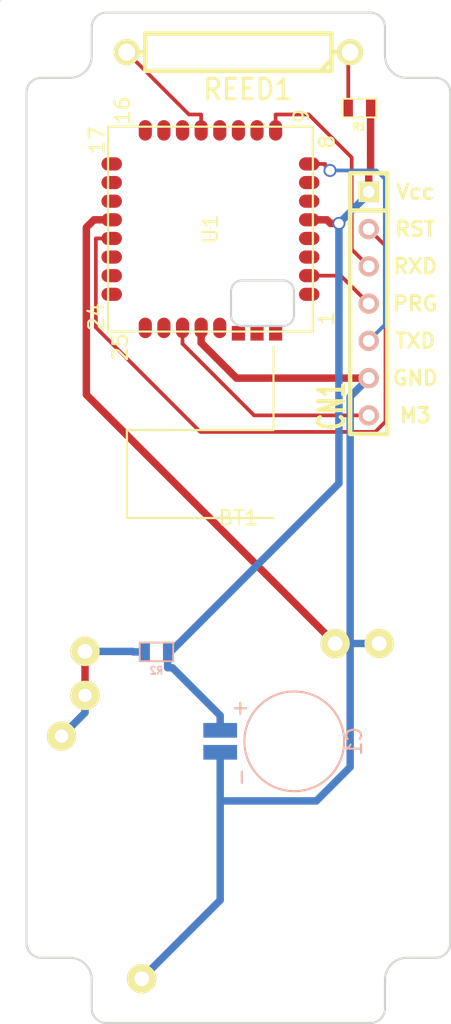
<source format=kicad_pcb>
(kicad_pcb (version 3) (host pcbnew "(2013-07-07 BZR 4022)-stable")

  (general
    (links 20)
    (no_connects 0)
    (area 25.6515 15.4915 56.689001 85.579001)
    (thickness 1.6)
    (drawings 8)
    (tracks 70)
    (zones 0)
    (modules 7)
    (nets 11)
  )

  (page A3)
  (layers
    (15 F.Cu signal)
    (0 B.Cu signal)
    (16 B.Adhes user)
    (17 F.Adhes user)
    (18 B.Paste user)
    (19 F.Paste user)
    (20 B.SilkS user)
    (21 F.SilkS user)
    (22 B.Mask user)
    (23 F.Mask user)
    (24 Dwgs.User user)
    (25 Cmts.User user)
    (26 Eco1.User user)
    (27 Eco2.User user)
    (28 Edge.Cuts user)
  )

  (setup
    (last_trace_width 0.254)
    (trace_clearance 0.254)
    (zone_clearance 0.508)
    (zone_45_only yes)
    (trace_min 0.254)
    (segment_width 0.2)
    (edge_width 0.1)
    (via_size 0.889)
    (via_drill 0.635)
    (via_min_size 0.889)
    (via_min_drill 0.508)
    (uvia_size 0.508)
    (uvia_drill 0.127)
    (uvias_allowed no)
    (uvia_min_size 0.508)
    (uvia_min_drill 0.127)
    (pcb_text_width 0.3)
    (pcb_text_size 1.5 1.5)
    (mod_edge_width 0.15)
    (mod_text_size 1 1)
    (mod_text_width 0.15)
    (pad_size 5 2)
    (pad_drill 0)
    (pad_to_mask_clearance 0)
    (aux_axis_origin 25.654 15.494)
    (visible_elements 7FFFFFFF)
    (pcbplotparams
      (layerselection 284983297)
      (usegerberextensions true)
      (excludeedgelayer true)
      (linewidth 0.150000)
      (plotframeref false)
      (viasonmask false)
      (mode 1)
      (useauxorigin true)
      (hpglpennumber 1)
      (hpglpenspeed 20)
      (hpglpendiameter 15)
      (hpglpenoverlay 2)
      (psnegative false)
      (psa4output false)
      (plotreference true)
      (plotvalue true)
      (plotothertext true)
      (plotinvisibletext false)
      (padsonsilk false)
      (subtractmaskfromsilk false)
      (outputformat 1)
      (mirror false)
      (drillshape 0)
      (scaleselection 1)
      (outputdirectory gerber/))
  )

  (net 0 "")
  (net 1 /CFG)
  (net 2 /DC3V)
  (net 3 /DOOR)
  (net 4 /PRG)
  (net 5 /PULLUP)
  (net 6 /RST)
  (net 7 /RX)
  (net 8 /TX)
  (net 9 GND)
  (net 10 VCC)

  (net_class Default "これは標準のネット クラスです。"
    (clearance 0.254)
    (trace_width 0.254)
    (via_dia 0.889)
    (via_drill 0.635)
    (uvia_dia 0.508)
    (uvia_drill 0.127)
    (add_net "")
    (add_net /CFG)
    (add_net /DOOR)
    (add_net /PRG)
    (add_net /PULLUP)
    (add_net /RST)
    (add_net /RX)
    (add_net /TX)
  )

  (net_class power ""
    (clearance 0.254)
    (trace_width 0.508)
    (via_dia 0.889)
    (via_drill 0.635)
    (uvia_dia 0.508)
    (uvia_drill 0.127)
    (add_net /DC3V)
    (add_net GND)
    (add_net VCC)
  )

  (module SM0603 (layer B.Cu) (tedit 54BDE1DF) (tstamp 54BCC06E)
    (at 36.322 59.944)
    (path /54BCF561)
    (attr smd)
    (fp_text reference R2 (at 0 1.27) (layer B.SilkS)
      (effects (font (size 0.508 0.4572) (thickness 0.1143)) (justify mirror))
    )
    (fp_text value 75 (at 0 0) (layer B.SilkS) hide
      (effects (font (size 0.508 0.4572) (thickness 0.1143)) (justify mirror))
    )
    (fp_line (start -1.143 0.635) (end 1.143 0.635) (layer B.SilkS) (width 0.127))
    (fp_line (start 1.143 0.635) (end 1.143 -0.635) (layer B.SilkS) (width 0.127))
    (fp_line (start 1.143 -0.635) (end -1.143 -0.635) (layer B.SilkS) (width 0.127))
    (fp_line (start -1.143 -0.635) (end -1.143 0.635) (layer B.SilkS) (width 0.127))
    (pad 1 smd rect (at -0.762 0) (size 0.635 1.143)
      (layers B.Cu B.Paste B.Mask)
      (net 2 /DC3V)
    )
    (pad 2 smd rect (at 0.762 0) (size 0.635 1.143)
      (layers B.Cu B.Paste B.Mask)
      (net 10 VCC)
    )
    (model smd\resistors\R0603.wrl
      (at (xyz 0 0 0.001))
      (scale (xyz 0.5 0.5 0.5))
      (rotate (xyz 0 0 0))
    )
  )

  (module SIL-7 (layer F.Cu) (tedit 54BDDEA3) (tstamp 54BCC080)
    (at 50.8 36.195 270)
    (descr "Connecteur 7 pins")
    (tags "CONN DEV")
    (path /5486A17C)
    (fp_text reference CN1 (at 6.985 2.54 270) (layer F.SilkS)
      (effects (font (size 1.72974 1.08712) (thickness 0.27178)))
    )
    (fp_text value WRITER (at 0 -2.54 270) (layer F.SilkS) hide
      (effects (font (size 1.524 1.016) (thickness 0.3048)))
    )
    (fp_line (start -8.89 -1.27) (end -8.89 -1.27) (layer F.SilkS) (width 0.3048))
    (fp_line (start -8.89 -1.27) (end 8.89 -1.27) (layer F.SilkS) (width 0.3048))
    (fp_line (start 8.89 -1.27) (end 8.89 1.27) (layer F.SilkS) (width 0.3048))
    (fp_line (start 8.89 1.27) (end -8.89 1.27) (layer F.SilkS) (width 0.3048))
    (fp_line (start -8.89 1.27) (end -8.89 -1.27) (layer F.SilkS) (width 0.3048))
    (fp_line (start -6.35 1.27) (end -6.35 1.27) (layer F.SilkS) (width 0.3048))
    (fp_line (start -6.35 1.27) (end -6.35 -1.27) (layer F.SilkS) (width 0.3048))
    (pad 1 thru_hole rect (at -7.62 0 270) (size 1.397 1.397) (drill 0.8128)
      (layers *.Cu *.Mask F.SilkS)
      (net 10 VCC)
    )
    (pad 2 thru_hole circle (at -5.08 0 270) (size 1.397 1.397) (drill 0.8128)
      (layers *.Cu *.SilkS *.Mask)
      (net 6 /RST)
    )
    (pad 3 thru_hole circle (at -2.54 0 270) (size 1.397 1.397) (drill 0.8128)
      (layers *.Cu *.SilkS *.Mask)
      (net 7 /RX)
    )
    (pad 4 thru_hole circle (at 0 0 270) (size 1.397 1.397) (drill 0.8128)
      (layers *.Cu *.SilkS *.Mask)
      (net 4 /PRG)
    )
    (pad 5 thru_hole circle (at 2.54 0 270) (size 1.397 1.397) (drill 0.8128)
      (layers *.Cu *.SilkS *.Mask)
      (net 8 /TX)
    )
    (pad 6 thru_hole circle (at 5.08 0 270) (size 1.397 1.397) (drill 0.8128)
      (layers *.Cu *.SilkS *.Mask)
      (net 9 GND)
    )
    (pad 7 thru_hole circle (at 7.62 0 270) (size 1.397 1.397) (drill 0.8128)
      (layers *.Cu *.SilkS *.Mask)
      (net 1 /CFG)
    )
  )

  (module R6 (layer F.Cu) (tedit 54BDE258) (tstamp 54BDDF0A)
    (at 41.91 19.05 180)
    (descr "Resistance 6 pas")
    (tags R)
    (path /54360F03)
    (autoplace_cost180 10)
    (fp_text reference REED1 (at -0.635 -2.54 180) (layer F.SilkS)
      (effects (font (size 1.397 1.27) (thickness 0.2032)))
    )
    (fp_text value SPST (at 0.254 0 180) (layer F.SilkS) hide
      (effects (font (size 1.397 1.27) (thickness 0.2032)))
    )
    (fp_line (start -6.35 -1.27) (end 6.35 -1.27) (layer F.SilkS) (width 0.3048))
    (fp_line (start 6.35 -1.27) (end 6.35 1.27) (layer F.SilkS) (width 0.3048))
    (fp_line (start 6.35 1.27) (end -6.35 1.27) (layer F.SilkS) (width 0.3048))
    (fp_line (start 6.35 0) (end 7.62 0) (layer F.SilkS) (width 0.3048))
    (fp_line (start -7.62 0) (end -6.35 0) (layer F.SilkS) (width 0.3048))
    (fp_line (start -6.35 -0.508) (end -5.588 -1.27) (layer F.SilkS) (width 0.3048))
    (fp_line (start -6.35 -1.27) (end -6.35 1.27) (layer F.SilkS) (width 0.3048))
    (pad 1 thru_hole circle (at -7.62 0 180) (size 1.778 1.778) (drill 1.143)
      (layers *.Cu *.Mask F.SilkS)
      (net 5 /PULLUP)
    )
    (pad 2 thru_hole circle (at 7.62 0 180) (size 1.778 1.778) (drill 1.143)
      (layers *.Cu *.Mask F.SilkS)
      (net 3 /DOOR)
    )
    (model discret/resistor.wrl
      (at (xyz 0 0 0))
      (scale (xyz 0.6 0.6 0.6))
      (rotate (xyz 0 0 0))
    )
  )

  (module PBCS-75 (layer F.Cu) (tedit 54BCBEDA) (tstamp 543B7AD5)
    (at 41.91 50.8)
    (path /543B60F0)
    (fp_text reference BT1 (at 0 0) (layer F.SilkS)
      (effects (font (size 1 1) (thickness 0.15)))
    )
    (fp_text value CR2032 (at 0 0) (layer F.SilkS)
      (effects (font (size 0.127 0.127) (thickness 0.000001)))
    )
    (fp_arc (start -11.5 -31.5) (end -10 -31.5) (angle 90) (layer Edge.Cuts) (width 0.15))
    (fp_line (start -10 -33.45) (end -10 -31.5) (layer Edge.Cuts) (width 0.15))
    (fp_arc (start -9 -33.45) (end -10 -33.45) (angle 90) (layer Edge.Cuts) (width 0.15))
    (fp_line (start -9 -34.45) (end 9 -34.45) (layer Edge.Cuts) (width 0.15))
    (fp_arc (start 9 -33.45) (end 9 -34.45) (angle 90) (layer Edge.Cuts) (width 0.15))
    (fp_line (start 10 -33.45) (end 10 -31.5) (layer Edge.Cuts) (width 0.15))
    (fp_arc (start 11.5 -31.5) (end 11.5 -30) (angle 90) (layer Edge.Cuts) (width 0.15))
    (fp_line (start 11.5 -30) (end 13.45 -30) (layer Edge.Cuts) (width 0.15))
    (fp_arc (start 13.45 -29) (end 13.45 -30) (angle 90) (layer Edge.Cuts) (width 0.15))
    (fp_line (start 14.45 -29) (end 14.45 29) (layer Edge.Cuts) (width 0.15))
    (fp_arc (start 13.45 29) (end 14.45 29) (angle 90) (layer Edge.Cuts) (width 0.15))
    (fp_line (start 11.5 30) (end 13.45 30) (layer Edge.Cuts) (width 0.15))
    (fp_arc (start 11.5 31.5) (end 10 31.5) (angle 90) (layer Edge.Cuts) (width 0.15))
    (fp_line (start 10 31.5) (end 10 33.45) (layer Edge.Cuts) (width 0.15))
    (fp_arc (start 9 33.45) (end 10 33.45) (angle 90) (layer Edge.Cuts) (width 0.15))
    (fp_line (start -9 34.45) (end 9 34.45) (layer Edge.Cuts) (width 0.15))
    (fp_arc (start -9 33.45) (end -9 34.45) (angle 90) (layer Edge.Cuts) (width 0.15))
    (fp_line (start -10 31.5) (end -10 33.45) (layer Edge.Cuts) (width 0.15))
    (fp_arc (start -11.5 31.5) (end -11.5 30) (angle 90) (layer Edge.Cuts) (width 0.15))
    (fp_line (start -13.45 30) (end -11.5 30) (layer Edge.Cuts) (width 0.15))
    (fp_arc (start -13.45 29) (end -13.45 30) (angle 90) (layer Edge.Cuts) (width 0.15))
    (fp_line (start -14.45 -29) (end -14.45 29) (layer Edge.Cuts) (width 0.15))
    (fp_arc (start -13.45 -29) (end -14.45 -29) (angle 90) (layer Edge.Cuts) (width 0.15))
    (fp_line (start -13.45 -30) (end -11.5 -30) (layer Edge.Cuts) (width 0.15))
    (pad 1 thru_hole circle (at -10.46 9.11) (size 2 2) (drill 1)
      (layers *.Cu *.Mask F.SilkS)
      (net 2 /DC3V)
    )
    (pad 1 thru_hole circle (at -10.46 12.11) (size 2 2) (drill 0.9)
      (layers *.Cu *.Mask F.SilkS)
      (net 2 /DC3V)
    )
    (pad 1 thru_hole circle (at -12.06 14.89) (size 2 2) (drill 0.9)
      (layers *.Cu *.Mask F.SilkS)
      (net 2 /DC3V)
    )
    (pad 2 thru_hole circle (at 6.6 8.57) (size 2 2) (drill 1)
      (layers *.Cu *.Mask F.SilkS)
      (net 9 GND)
    )
    (pad 2 thru_hole circle (at 9.6 8.57) (size 2 2) (drill 1)
      (layers *.Cu *.Mask F.SilkS)
      (net 9 GND)
    )
    (pad 2 thru_hole circle (at -6.6 31.43) (size 2 2) (drill 1)
      (layers *.Cu *.Mask F.SilkS)
      (net 9 GND)
    )
    (pad "" np_thru_hole circle (at 12.45 28) (size 1.7 1.7) (drill 1.7)
      (layers *.Cu *.Mask F.SilkS)
    )
    (pad "" np_thru_hole circle (at -12.45 28) (size 1.7 1.7) (drill 1.7)
      (layers *.Cu *.Mask F.SilkS)
    )
    (pad "" np_thru_hole circle (at 12.45 0) (size 1.7 1.7) (drill 1.7)
      (layers *.Cu *.Mask F.SilkS)
    )
    (pad "" np_thru_hole circle (at -12.45 0) (size 1.7 1.7) (drill 1.7)
      (layers *.Cu *.Mask F.SilkS)
    )
    (pad "" np_thru_hole circle (at -12.45 -28) (size 1.7 1.7) (drill 1.7)
      (layers *.Cu *.Mask F.SilkS)
    )
    (pad "" np_thru_hole circle (at 12.45 -28) (size 1.7 1.7) (drill 1.7)
      (layers *.Cu *.Mask F.SilkS)
    )
  )

  (module SM0603 (layer F.Cu) (tedit 54BDE21F) (tstamp 54BE46B7)
    (at 50.165 22.86)
    (path /54360F12)
    (attr smd)
    (fp_text reference R1 (at 0 1.27) (layer F.SilkS)
      (effects (font (size 0.508 0.4572) (thickness 0.1143)))
    )
    (fp_text value 2M (at 0 0) (layer F.SilkS) hide
      (effects (font (size 0.508 0.4572) (thickness 0.1143)))
    )
    (fp_line (start -1.143 -0.635) (end 1.143 -0.635) (layer F.SilkS) (width 0.127))
    (fp_line (start 1.143 -0.635) (end 1.143 0.635) (layer F.SilkS) (width 0.127))
    (fp_line (start 1.143 0.635) (end -1.143 0.635) (layer F.SilkS) (width 0.127))
    (fp_line (start -1.143 0.635) (end -1.143 -0.635) (layer F.SilkS) (width 0.127))
    (pad 1 smd rect (at -0.762 0) (size 0.635 1.143)
      (layers F.Cu F.Paste F.Mask)
      (net 5 /PULLUP)
    )
    (pad 2 smd rect (at 0.762 0) (size 0.635 1.143)
      (layers F.Cu F.Paste F.Mask)
      (net 10 VCC)
    )
    (model smd\resistors\R0603.wrl
      (at (xyz 0 0 0.001))
      (scale (xyz 0.5 0.5 0.5))
      (rotate (xyz 0 0 0))
    )
  )

  (module DCK-3R3E224-E (layer B.Cu) (tedit 54BDEAC7) (tstamp 54BCC099)
    (at 45.72 66.04 90)
    (path /54BDE16D)
    (fp_text reference C1 (at 0 4.1 90) (layer B.SilkS)
      (effects (font (size 1 1) (thickness 0.15)) (justify mirror))
    )
    (fp_text value 0.22 (at 0.2 -0.95 90) (layer B.SilkS) hide
      (effects (font (size 1 1) (thickness 0.15)) (justify mirror))
    )
    (fp_text user - (at -2.45 -3.65 90) (layer B.SilkS)
      (effects (font (size 1 1) (thickness 0.15)) (justify mirror))
    )
    (fp_text user + (at 2.25 -3.75 90) (layer B.SilkS)
      (effects (font (size 1 1) (thickness 0.15)) (justify mirror))
    )
    (fp_circle (center 0 0) (end 3.4 0) (layer B.SilkS) (width 0.15))
    (pad 1 smd rect (at 0.75 -5.05 90) (size 1 2.3)
      (layers B.Cu B.Paste B.Mask)
      (net 10 VCC)
    )
    (pad 2 smd rect (at -0.75 -5.05 90) (size 1 2.3)
      (layers B.Cu B.Paste B.Mask)
      (net 9 GND)
    )
    (model DCK-3R3E224-E.wrl
      (at (xyz 0 0 0))
      (scale (xyz 0.3937007874 0.3937007874 0.3937007874))
      (rotate (xyz 0 0 0))
    )
  )

  (module TWE-001L-SMD (layer F.Cu) (tedit 54BDDB21) (tstamp 543B7A93)
    (at 40.005 31.115 90)
    (path /5436A16D)
    (fp_text reference U1 (at 0 0 90) (layer F.SilkS)
      (effects (font (size 1 1) (thickness 0.15)))
    )
    (fp_text value TWE-Lite_SMD (at 0 0 90) (layer F.SilkS)
      (effects (font (size 0.127 0.127) (thickness 0.000001)))
    )
    (fp_text user 25 (at -8.05 -6.15 90) (layer F.SilkS)
      (effects (font (size 1 1) (thickness 0.15)))
    )
    (fp_text user 24 (at -6 -7.8 90) (layer F.SilkS)
      (effects (font (size 1 1) (thickness 0.15)))
    )
    (fp_text user 17 (at 6.05 -7.75 90) (layer F.SilkS)
      (effects (font (size 1 1) (thickness 0.15)))
    )
    (fp_text user 16 (at 8.1 -6 90) (layer F.SilkS)
      (effects (font (size 1 1) (thickness 0.15)))
    )
    (fp_text user 9 (at 7.7 6.2 90) (layer F.SilkS)
      (effects (font (size 1 1) (thickness 0.15)))
    )
    (fp_text user 8 (at 5.95 7.95 90) (layer F.SilkS)
      (effects (font (size 1 1) (thickness 0.15)))
    )
    (fp_text user 1 (at -6.1 7.9 90) (layer F.SilkS)
      (effects (font (size 1 1) (thickness 0.15)))
    )
    (fp_arc (start -4.25 4.95) (end -3.5 4.95) (angle 90) (layer Edge.Cuts) (width 0.15))
    (fp_line (start -5.85 5.7) (end -4.25 5.7) (layer Edge.Cuts) (width 0.15))
    (fp_arc (start -5.85 4.95) (end -5.85 5.7) (angle 90) (layer Edge.Cuts) (width 0.15))
    (fp_line (start -6.6 2.15) (end -6.6 4.95) (layer Edge.Cuts) (width 0.15))
    (fp_arc (start -5.85 2.15) (end -6.6 2.15) (angle 90) (layer Edge.Cuts) (width 0.15))
    (fp_line (start -5.85 1.4) (end -4.25 1.4) (layer Edge.Cuts) (width 0.15))
    (fp_arc (start -4.25 2.15) (end -4.25 1.4) (angle 90) (layer Edge.Cuts) (width 0.15))
    (fp_line (start -3.5 2.15) (end -3.5 4.95) (layer Edge.Cuts) (width 0.15))
    (fp_line (start -6.985 -6.985) (end -6.985 6.985) (layer F.SilkS) (width 0.15))
    (fp_line (start -6.985 6.985) (end 6.985 6.985) (layer F.SilkS) (width 0.15))
    (fp_line (start 6.985 6.985) (end 6.985 -6.985) (layer F.SilkS) (width 0.15))
    (fp_line (start 6.985 -6.985) (end -6.985 -6.985) (layer F.SilkS) (width 0.15))
    (fp_line (start -8 4.3) (end -13.7 4.3) (layer F.SilkS) (width 0.15))
    (fp_line (start -13.7 4.3) (end -13.7 -5.7) (layer F.SilkS) (width 0.15))
    (fp_line (start -13.7 -5.7) (end -19.7 -5.7) (layer F.SilkS) (width 0.15))
    (fp_line (start -19.7 -5.7) (end -19.7 4.3) (layer F.SilkS) (width 0.15))
    (pad 1 smd oval (at -4.445 6.735 90) (size 0.9 1.4)
      (layers F.Cu F.Paste F.Mask)
    )
    (pad 2 smd oval (at -3.175 6.735 90) (size 0.9 1.4)
      (layers F.Cu F.Paste F.Mask)
      (net 4 /PRG)
    )
    (pad 3 smd oval (at -1.905 6.735 90) (size 0.9 1.4)
      (layers F.Cu F.Paste F.Mask)
    )
    (pad 4 smd oval (at -0.635 6.735 90) (size 0.9 1.4)
      (layers F.Cu F.Paste F.Mask)
    )
    (pad 5 smd oval (at 0.635 6.735 90) (size 0.9 1.4)
      (layers F.Cu F.Paste F.Mask)
      (net 10 VCC)
    )
    (pad 6 smd oval (at 1.905 6.735 90) (size 0.9 1.4)
      (layers F.Cu F.Paste F.Mask)
    )
    (pad 7 smd oval (at 3.175 6.735 90) (size 0.9 1.4)
      (layers F.Cu F.Paste F.Mask)
    )
    (pad 8 smd oval (at 4.445 6.735 90) (size 0.9 1.4)
      (layers F.Cu F.Paste F.Mask)
      (net 8 /TX)
    )
    (pad 9 smd oval (at 6.735 4.445 180) (size 0.9 1.4)
      (layers F.Cu F.Paste F.Mask)
      (net 7 /RX)
    )
    (pad 10 smd oval (at 6.735 3.175 180) (size 0.9 1.4)
      (layers F.Cu F.Paste F.Mask)
    )
    (pad 11 smd oval (at 6.735 1.905 180) (size 0.9 1.4)
      (layers F.Cu F.Paste F.Mask)
    )
    (pad 12 smd oval (at 6.735 0.635 180) (size 0.9 1.4)
      (layers F.Cu F.Paste F.Mask)
    )
    (pad 13 smd oval (at 6.735 -0.635 180) (size 0.9 1.4)
      (layers F.Cu F.Paste F.Mask)
      (net 3 /DOOR)
    )
    (pad 14 smd oval (at 6.735 -1.905 180) (size 0.9 1.4)
      (layers F.Cu F.Paste F.Mask)
    )
    (pad 15 smd oval (at 6.735 -3.175 180) (size 0.9 1.4)
      (layers F.Cu F.Paste F.Mask)
    )
    (pad 16 smd oval (at 6.735 -4.445 180) (size 0.9 1.4)
      (layers F.Cu F.Paste F.Mask)
    )
    (pad 17 smd oval (at 4.445 -6.735 90) (size 0.9 1.4)
      (layers F.Cu F.Paste F.Mask)
    )
    (pad 18 smd oval (at 3.175 -6.735 90) (size 0.9 1.4)
      (layers F.Cu F.Paste F.Mask)
    )
    (pad 19 smd oval (at 1.905 -6.735 90) (size 0.9 1.4)
      (layers F.Cu F.Paste F.Mask)
    )
    (pad 20 smd oval (at 0.635 -6.735 90) (size 0.9 1.4)
      (layers F.Cu F.Paste F.Mask)
      (net 9 GND)
    )
    (pad 21 smd oval (at -0.635 -6.735 90) (size 0.9 1.4)
      (layers F.Cu F.Paste F.Mask)
      (net 6 /RST)
    )
    (pad 22 smd oval (at -1.905 -6.735 90) (size 0.9 1.4)
      (layers F.Cu F.Paste F.Mask)
    )
    (pad 23 smd oval (at -3.175 -6.735 90) (size 0.9 1.4)
      (layers F.Cu F.Paste F.Mask)
    )
    (pad 24 smd oval (at -4.445 -6.735 90) (size 0.9 1.4)
      (layers F.Cu F.Paste F.Mask)
    )
    (pad 25 smd oval (at -6.735 -4.445 180) (size 0.9 1.4)
      (layers F.Cu F.Paste F.Mask)
    )
    (pad 26 smd oval (at -6.735 -3.175 180) (size 0.9 1.4)
      (layers F.Cu F.Paste F.Mask)
    )
    (pad 27 smd oval (at -6.735 -1.905 180) (size 0.9 1.4)
      (layers F.Cu F.Paste F.Mask)
      (net 1 /CFG)
    )
    (pad 28 smd oval (at -6.735 -0.635 180) (size 0.9 1.4)
      (layers F.Cu F.Paste F.Mask)
      (net 9 GND)
    )
    (pad 29 smd oval (at -6.735 0.635 180) (size 0.9 1.4)
      (layers F.Cu F.Paste F.Mask)
    )
    (pad 30 smd rect (at -7.1 1.905 180) (size 0.9 1)
      (layers F.Cu F.Paste F.Mask)
    )
    (pad 31 smd rect (at -7.1 3.175 180) (size 0.9 1)
      (layers F.Cu F.Paste F.Mask)
    )
    (pad 32 smd rect (at -7.1 4.445 180) (size 0.9 1)
      (layers F.Cu F.Paste F.Mask)
    )
    (model TWE-001L-SMD.wrl
      (at (xyz 0 0 0))
      (scale (xyz 0.393701 0.393701 0.393701))
      (rotate (xyz 0 0 0))
    )
  )

  (target plus (at 25.654 15.494) (size 0.005) (width 0.1) (layer Edge.Cuts))
  (gr_text M3 (at 53.975 43.815) (layer F.SilkS)
    (effects (font (size 1 1) (thickness 0.2)))
  )
  (gr_text TXD (at 53.975 38.735) (layer F.SilkS)
    (effects (font (size 1 1) (thickness 0.2)))
  )
  (gr_text PRG (at 53.975 36.195) (layer F.SilkS)
    (effects (font (size 1 1) (thickness 0.2)))
  )
  (gr_text RXD (at 53.975 33.655) (layer F.SilkS)
    (effects (font (size 1 1) (thickness 0.2)))
  )
  (gr_text RST (at 53.975 31.115) (layer F.SilkS)
    (effects (font (size 1 1) (thickness 0.2)))
  )
  (gr_text GND (at 53.975 41.275) (layer F.SilkS)
    (effects (font (size 1 1) (thickness 0.2)))
  )
  (gr_text Vcc (at 53.975 28.575) (layer F.SilkS)
    (effects (font (size 1 1) (thickness 0.2)))
  )

  (segment (start 38.1 37.85) (end 38.1 38.9313) (width 0.254) (layer F.Cu) (net 1))
  (segment (start 42.9837 43.815) (end 50.8 43.815) (width 0.254) (layer F.Cu) (net 1))
  (segment (start 38.1 38.9313) (end 42.9837 43.815) (width 0.254) (layer F.Cu) (net 1))
  (segment (start 31.45 64.09) (end 31.45 62.91) (width 0.508) (layer B.Cu) (net 2))
  (segment (start 29.85 65.69) (end 31.45 64.09) (width 0.508) (layer B.Cu) (net 2))
  (segment (start 31.45 62.91) (end 31.45 59.91) (width 0.508) (layer F.Cu) (net 2))
  (segment (start 34.7002 59.91) (end 34.7342 59.944) (width 0.508) (layer B.Cu) (net 2))
  (segment (start 31.45 59.91) (end 34.7002 59.91) (width 0.508) (layer B.Cu) (net 2))
  (segment (start 35.56 59.944) (end 34.7342 59.944) (width 0.508) (layer B.Cu) (net 2))
  (segment (start 38.5387 23.2987) (end 34.29 19.05) (width 0.254) (layer F.Cu) (net 3))
  (segment (start 39.37 23.2987) (end 38.5387 23.2987) (width 0.254) (layer F.Cu) (net 3))
  (segment (start 39.37 24.38) (end 39.37 23.2987) (width 0.254) (layer F.Cu) (net 3))
  (segment (start 48.895 34.29) (end 50.8 36.195) (width 0.254) (layer F.Cu) (net 4))
  (segment (start 46.74 34.29) (end 48.895 34.29) (width 0.254) (layer F.Cu) (net 4))
  (segment (start 49.403 19.177) (end 49.403 22.86) (width 0.254) (layer F.Cu) (net 5))
  (segment (start 49.53 19.05) (end 49.403 19.177) (width 0.254) (layer F.Cu) (net 5))
  (segment (start 51.9415 32.2565) (end 50.8 31.115) (width 0.254) (layer F.Cu) (net 6))
  (segment (start 51.9415 44.241) (end 51.9415 32.2565) (width 0.254) (layer F.Cu) (net 6))
  (segment (start 51.2406 44.9419) (end 51.9415 44.241) (width 0.254) (layer F.Cu) (net 6))
  (segment (start 39.3126 44.9419) (end 51.2406 44.9419) (width 0.254) (layer F.Cu) (net 6))
  (segment (start 32.1887 37.818) (end 39.3126 44.9419) (width 0.254) (layer F.Cu) (net 6))
  (segment (start 32.1887 31.75) (end 32.1887 37.818) (width 0.254) (layer F.Cu) (net 6))
  (segment (start 33.27 31.75) (end 32.1887 31.75) (width 0.254) (layer F.Cu) (net 6))
  (segment (start 44.45 24.38) (end 44.45 23.2987) (width 0.254) (layer F.Cu) (net 7))
  (segment (start 46.7031 23.2987) (end 44.45 23.2987) (width 0.254) (layer F.Cu) (net 7))
  (segment (start 49.6376 26.2332) (end 46.7031 23.2987) (width 0.254) (layer F.Cu) (net 7))
  (segment (start 49.6376 32.4926) (end 49.6376 26.2332) (width 0.254) (layer F.Cu) (net 7))
  (segment (start 50.8 33.655) (end 49.6376 32.4926) (width 0.254) (layer F.Cu) (net 7))
  (via (at 48.1608 27.1154) (size 0.889) (layers F.Cu B.Cu) (net 8))
  (segment (start 51.3267 27.1154) (end 48.1608 27.1154) (width 0.254) (layer B.Cu) (net 8))
  (segment (start 51.8975 27.6862) (end 51.3267 27.1154) (width 0.254) (layer B.Cu) (net 8))
  (segment (start 51.8975 37.6375) (end 51.8975 27.6862) (width 0.254) (layer B.Cu) (net 8))
  (segment (start 50.8 38.735) (end 51.8975 37.6375) (width 0.254) (layer B.Cu) (net 8))
  (segment (start 47.8213 26.7759) (end 48.1608 27.1154) (width 0.254) (layer F.Cu) (net 8))
  (segment (start 47.8213 26.67) (end 47.8213 26.7759) (width 0.254) (layer F.Cu) (net 8))
  (segment (start 46.74 26.67) (end 47.8213 26.67) (width 0.254) (layer F.Cu) (net 8))
  (segment (start 49.5335 59.37) (end 48.51 59.37) (width 0.508) (layer B.Cu) (net 9))
  (segment (start 47.2272 70.1044) (end 40.67 70.1044) (width 0.508) (layer B.Cu) (net 9))
  (segment (start 49.5335 67.7981) (end 47.2272 70.1044) (width 0.508) (layer B.Cu) (net 9))
  (segment (start 49.5335 59.37) (end 49.5335 67.7981) (width 0.508) (layer B.Cu) (net 9))
  (segment (start 40.67 76.87) (end 40.67 70.1044) (width 0.508) (layer B.Cu) (net 9))
  (segment (start 35.31 82.23) (end 40.67 76.87) (width 0.508) (layer B.Cu) (net 9))
  (segment (start 40.67 70.1044) (end 40.67 66.79) (width 0.508) (layer B.Cu) (net 9))
  (segment (start 39.37 37.85) (end 39.37 38.8677) (width 0.508) (layer F.Cu) (net 9))
  (segment (start 41.7773 41.275) (end 39.37 38.8677) (width 0.508) (layer F.Cu) (net 9))
  (segment (start 50.8 41.275) (end 41.7773 41.275) (width 0.508) (layer F.Cu) (net 9))
  (segment (start 51.51 59.37) (end 49.5335 59.37) (width 0.508) (layer B.Cu) (net 9))
  (segment (start 49.5335 42.5415) (end 50.8 41.275) (width 0.508) (layer B.Cu) (net 9))
  (segment (start 49.5335 59.37) (end 49.5335 42.5415) (width 0.508) (layer B.Cu) (net 9))
  (segment (start 31.5401 31.0016) (end 32.0617 30.48) (width 0.508) (layer F.Cu) (net 9))
  (segment (start 31.5401 42.4001) (end 31.5401 31.0016) (width 0.508) (layer F.Cu) (net 9))
  (segment (start 48.51 59.37) (end 31.5401 42.4001) (width 0.508) (layer F.Cu) (net 9))
  (segment (start 33.27 30.48) (end 32.0617 30.48) (width 0.508) (layer F.Cu) (net 9))
  (via (at 48.7673 30.7246) (size 0.889) (layers F.Cu B.Cu) (net 10))
  (segment (start 50.927 27.2412) (end 50.927 22.86) (width 0.508) (layer F.Cu) (net 10))
  (segment (start 50.8 27.3682) (end 50.927 27.2412) (width 0.508) (layer F.Cu) (net 10))
  (segment (start 50.8 28.575) (end 50.8 27.3682) (width 0.508) (layer F.Cu) (net 10))
  (segment (start 37.4121 61.0238) (end 37.084 61.0238) (width 0.508) (layer B.Cu) (net 10))
  (segment (start 40.67 64.2817) (end 37.4121 61.0238) (width 0.508) (layer B.Cu) (net 10))
  (segment (start 40.67 65.29) (end 40.67 64.2817) (width 0.508) (layer B.Cu) (net 10))
  (segment (start 50.8 28.575) (end 50.8 28.864) (width 0.508) (layer B.Cu) (net 10))
  (segment (start 50.6279 28.864) (end 48.7673 30.7246) (width 0.508) (layer B.Cu) (net 10))
  (segment (start 50.8 28.864) (end 50.6279 28.864) (width 0.508) (layer B.Cu) (net 10))
  (segment (start 48.1929 30.7246) (end 47.9483 30.48) (width 0.508) (layer F.Cu) (net 10))
  (segment (start 48.7673 30.7246) (end 48.1929 30.7246) (width 0.508) (layer F.Cu) (net 10))
  (segment (start 46.74 30.48) (end 47.9483 30.48) (width 0.508) (layer F.Cu) (net 10))
  (segment (start 37.084 59.944) (end 37.084 60.1344) (width 0.508) (layer B.Cu) (net 10))
  (segment (start 37.084 60.1344) (end 37.084 61.0238) (width 0.508) (layer B.Cu) (net 10))
  (segment (start 48.7673 48.4511) (end 48.7673 30.7246) (width 0.508) (layer B.Cu) (net 10))
  (segment (start 37.084 60.1344) (end 48.7673 48.4511) (width 0.508) (layer B.Cu) (net 10))

  (zone (net 0) (net_name "") (layer F.Cu) (tstamp 54BE33B4) (hatch edge 0.508)
    (connect_pads (clearance 0.508))
    (min_thickness 0.254)
    (keepout (tracks not_allowed) (vias not_allowed) (copperpour allowed))
    (fill (arc_segments 16) (thermal_gap 0.508) (thermal_bridge_width 0.508))
    (polygon
      (pts
        (xy 46.99 38.1) (xy 45.085 38.1) (xy 45.085 37.592) (xy 41.402 37.592) (xy 41.148 37.084)
        (xy 34.925 37.084) (xy 34.925 38.1) (xy 33.02 38.1) (xy 33.02 36.195) (xy 34.036 36.195)
        (xy 34.036 26.035) (xy 33.02 26.035) (xy 33.02 24.13) (xy 35.052 24.13) (xy 35.052 25.146)
        (xy 44.958 25.146) (xy 44.958 24.13) (xy 46.99 24.13) (xy 46.99 26.162) (xy 45.974 26.162)
        (xy 45.974 36.068) (xy 46.99 36.068)
      )
    )
  )
  (zone (net 0) (net_name "") (layer B.Cu) (tstamp 54BDF4BE) (hatch edge 0.508)
    (connect_pads (clearance 0.508))
    (min_thickness 0.254)
    (keepout (tracks not_allowed) (vias not_allowed) (copperpour allowed))
    (fill (arc_segments 16) (thermal_gap 0.508) (thermal_bridge_width 0.508))
    (polygon
      (pts
        (xy 42.418 64.516) (xy 42.418 67.564) (xy 44.45 69.596) (xy 46.99 69.596) (xy 49.022 67.564)
        (xy 49.022 64.516) (xy 46.736 62.484) (xy 44.196 62.484) (xy 42.418 64.262) (xy 42.418 64.516)
      )
    )
  )
  (zone (net 0) (net_name "") (layer F.Cu) (tstamp 54BDF4C6) (hatch edge 0.508)
    (connect_pads (clearance 0.508))
    (min_thickness 0.254)
    (keepout (tracks not_allowed) (vias not_allowed) (copperpour allowed))
    (fill (arc_segments 16) (thermal_gap 0.508) (thermal_bridge_width 0.508))
    (polygon
      (pts
        (xy 50.292 23.368) (xy 50.038 23.368) (xy 50.038 22.352) (xy 50.292 22.352)
      )
    )
  )
)

</source>
